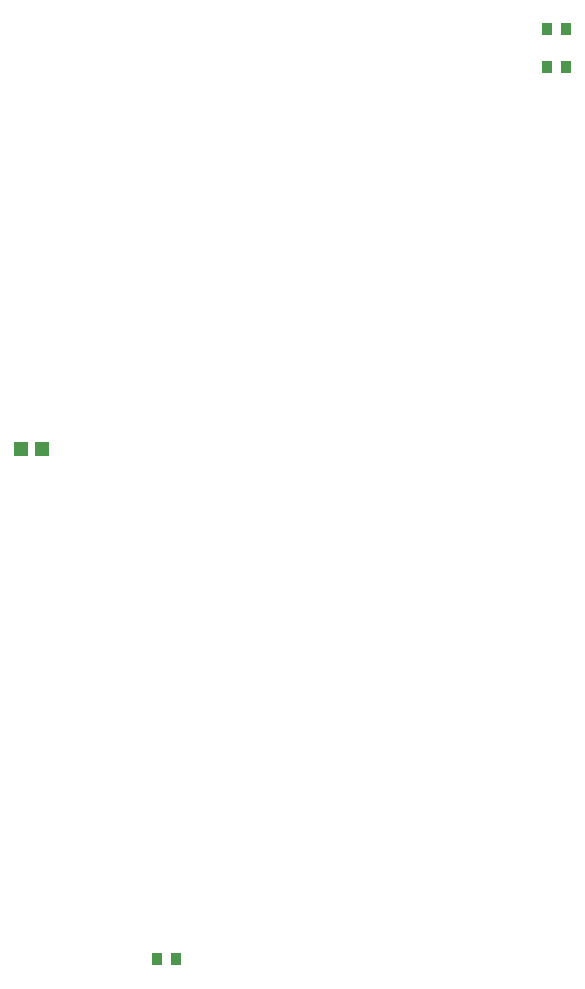
<source format=gbr>
G04 EAGLE Gerber RS-274X export*
G75*
%MOMM*%
%FSLAX34Y34*%
%LPD*%
%INSolderpaste Top*%
%IPPOS*%
%AMOC8*
5,1,8,0,0,1.08239X$1,22.5*%
G01*
%ADD10R,0.949959X1.031241*%
%ADD11R,1.143000X1.270000*%


D10*
X490601Y1022350D03*
X474599Y1022350D03*
X490601Y1054100D03*
X474599Y1054100D03*
X144399Y266700D03*
X160401Y266700D03*
D11*
X46990Y698500D03*
X29210Y698500D03*
M02*

</source>
